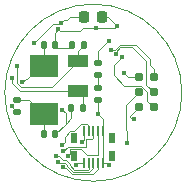
<source format=gbr>
%TF.GenerationSoftware,KiCad,Pcbnew,9.0.0*%
%TF.CreationDate,2025-03-13T16:47:56-04:00*%
%TF.ProjectId,IngestibleCapsule-Board_larger_vias,496e6765-7374-4696-926c-654361707375,rev?*%
%TF.SameCoordinates,Original*%
%TF.FileFunction,Copper,L2,Bot*%
%TF.FilePolarity,Positive*%
%FSLAX46Y46*%
G04 Gerber Fmt 4.6, Leading zero omitted, Abs format (unit mm)*
G04 Created by KiCad (PCBNEW 9.0.0) date 2025-03-13 16:47:56*
%MOMM*%
%LPD*%
G01*
G04 APERTURE LIST*
G04 Aperture macros list*
%AMRoundRect*
0 Rectangle with rounded corners*
0 $1 Rounding radius*
0 $2 $3 $4 $5 $6 $7 $8 $9 X,Y pos of 4 corners*
0 Add a 4 corners polygon primitive as box body*
4,1,4,$2,$3,$4,$5,$6,$7,$8,$9,$2,$3,0*
0 Add four circle primitives for the rounded corners*
1,1,$1+$1,$2,$3*
1,1,$1+$1,$4,$5*
1,1,$1+$1,$6,$7*
1,1,$1+$1,$8,$9*
0 Add four rect primitives between the rounded corners*
20,1,$1+$1,$2,$3,$4,$5,0*
20,1,$1+$1,$4,$5,$6,$7,0*
20,1,$1+$1,$6,$7,$8,$9,0*
20,1,$1+$1,$8,$9,$2,$3,0*%
G04 Aperture macros list end*
%TA.AperFunction,SMDPad,CuDef*%
%ADD10R,2.400000X1.900000*%
%TD*%
%TA.AperFunction,SMDPad,CuDef*%
%ADD11R,0.220000X0.900000*%
%TD*%
%TA.AperFunction,SMDPad,CuDef*%
%ADD12R,0.500000X0.850000*%
%TD*%
%TA.AperFunction,ConnectorPad*%
%ADD13C,0.787400*%
%TD*%
%TA.AperFunction,SMDPad,CuDef*%
%ADD14RoundRect,0.135000X-0.185000X0.135000X-0.185000X-0.135000X0.185000X-0.135000X0.185000X0.135000X0*%
%TD*%
%TA.AperFunction,SMDPad,CuDef*%
%ADD15RoundRect,0.140000X0.140000X0.170000X-0.140000X0.170000X-0.140000X-0.170000X0.140000X-0.170000X0*%
%TD*%
%TA.AperFunction,SMDPad,CuDef*%
%ADD16RoundRect,0.225000X-0.225000X-0.250000X0.225000X-0.250000X0.225000X0.250000X-0.225000X0.250000X0*%
%TD*%
%TA.AperFunction,SMDPad,CuDef*%
%ADD17RoundRect,0.140000X-0.140000X-0.170000X0.140000X-0.170000X0.140000X0.170000X-0.140000X0.170000X0*%
%TD*%
%TA.AperFunction,SMDPad,CuDef*%
%ADD18RoundRect,0.147500X0.172500X-0.147500X0.172500X0.147500X-0.172500X0.147500X-0.172500X-0.147500X0*%
%TD*%
%TA.AperFunction,SMDPad,CuDef*%
%ADD19R,1.800000X1.000000*%
%TD*%
%TA.AperFunction,ViaPad*%
%ADD20C,0.450000*%
%TD*%
%TA.AperFunction,Conductor*%
%ADD21C,0.100000*%
%TD*%
%TA.AperFunction,Profile*%
%ADD22C,0.050000*%
%TD*%
G04 APERTURE END LIST*
D10*
%TO.P,Y1,1,1*%
%TO.N,Net-(C2-Pad2)*%
X95800000Y-76800000D03*
%TO.P,Y1,2,2*%
%TO.N,Net-(U1-PF0)*%
X95800000Y-72700000D03*
%TD*%
D11*
%TO.P,J5,1,1*%
%TO.N,GND*%
X100800001Y-78285001D03*
%TO.P,J5,2,2*%
%TO.N,/MCU_SPI_MISO*%
X100399999Y-78285001D03*
%TO.P,J5,3,3*%
%TO.N,/MCU_SPI_MOSI*%
X100000000Y-78285001D03*
%TO.P,J5,4,4*%
%TO.N,/MCU_MEM_CS*%
X99600001Y-78285001D03*
%TO.P,J5,5,5*%
%TO.N,+3.3V*%
X99199999Y-78285001D03*
%TO.P,J5,6,6*%
%TO.N,GND*%
X100800001Y-80914999D03*
%TO.P,J5,7,7*%
%TO.N,/MCU_RF_IRQ*%
X100399999Y-80914999D03*
%TO.P,J5,8,8*%
%TO.N,/MCU_RF_CS*%
X100000000Y-80914999D03*
%TO.P,J5,9,9*%
%TO.N,/MCU_SPI_SCK*%
X99600001Y-80914999D03*
%TO.P,J5,10,10*%
%TO.N,+3.3V*%
X99199999Y-80914999D03*
D12*
%TO.P,J5,P1*%
%TO.N,N/C*%
X101600000Y-80340000D03*
%TO.P,J5,P2*%
X98400003Y-80340000D03*
%TO.P,J5,P3*%
X101600000Y-78860000D03*
%TO.P,J5,P4*%
X98400003Y-78860000D03*
%TD*%
D13*
%TO.P,J1,1,VCC*%
%TO.N,+3.3V*%
X103830000Y-76240000D03*
%TO.P,J1,2,SWDIO*%
%TO.N,/Processor/SWDIO*%
X105100000Y-76240000D03*
%TO.P,J1,3,~{RESET}*%
%TO.N,/Processor/NRST*%
X103830000Y-74970000D03*
%TO.P,J1,4,SWCLK*%
%TO.N,/Processor/SWCLK*%
X105100000Y-74970000D03*
%TO.P,J1,5,GND*%
%TO.N,GND*%
X103830000Y-73700000D03*
%TO.P,J1,6,SWO*%
%TO.N,/Processor/SWO*%
X105100000Y-73700000D03*
%TD*%
D14*
%TO.P,R4,1*%
%TO.N,Net-(D1-K)*%
X100400000Y-74590000D03*
%TO.P,R4,2*%
%TO.N,GND*%
X100400000Y-75610000D03*
%TD*%
D15*
%TO.P,C2,1*%
%TO.N,GND*%
X96760000Y-78500000D03*
%TO.P,C2,2*%
%TO.N,Net-(C2-Pad2)*%
X95800000Y-78500000D03*
%TD*%
D16*
%TO.P,C24,1*%
%TO.N,+3.3V*%
X99225000Y-68600000D03*
%TO.P,C24,2*%
%TO.N,GND*%
X100775000Y-68600000D03*
%TD*%
D17*
%TO.P,C4,1*%
%TO.N,GND*%
X98140000Y-76300000D03*
%TO.P,C4,2*%
%TO.N,Net-(U1-PC15)*%
X99100000Y-76300000D03*
%TD*%
D18*
%TO.P,D1,1,K*%
%TO.N,Net-(D1-K)*%
X100400000Y-73485000D03*
%TO.P,D1,2,A*%
%TO.N,/Processor/LED_OUT*%
X100400000Y-72515000D03*
%TD*%
D14*
%TO.P,R1,1*%
%TO.N,Net-(C2-Pad2)*%
X93500000Y-75590000D03*
%TO.P,R1,2*%
%TO.N,Net-(U1-PF1)*%
X93500000Y-76610000D03*
%TD*%
D15*
%TO.P,C1,1*%
%TO.N,GND*%
X96760000Y-71000000D03*
%TO.P,C1,2*%
%TO.N,Net-(U1-PF0)*%
X95800000Y-71000000D03*
%TD*%
D17*
%TO.P,C3,1*%
%TO.N,GND*%
X98220000Y-71000000D03*
%TO.P,C3,2*%
%TO.N,Net-(U1-PC14)*%
X99180000Y-71000000D03*
%TD*%
D19*
%TO.P,Y2,1,1*%
%TO.N,Net-(U1-PC15)*%
X98671772Y-74850000D03*
%TO.P,Y2,2,2*%
%TO.N,Net-(U1-PC14)*%
X98671772Y-72350000D03*
%TD*%
D20*
%TO.N,Net-(U1-PF0)*%
X94000000Y-74100000D03*
%TO.N,GND*%
X101320000Y-81120000D03*
X100250000Y-69549000D03*
X102000000Y-69350000D03*
X97380000Y-76440000D03*
X100400000Y-76830000D03*
X102580000Y-73330000D03*
X97050000Y-69620000D03*
%TO.N,Net-(U1-PC14)*%
X93570000Y-72740000D03*
%TO.N,Net-(U1-PC15)*%
X93125000Y-73760000D03*
%TO.N,+3.3V*%
X97233053Y-69101353D03*
X98499933Y-81089999D03*
X94990000Y-70800000D03*
X103430000Y-77250000D03*
X99000000Y-79140000D03*
%TO.N,/Processor/NRST*%
X102890000Y-79280000D03*
%TO.N,/Processor/LED_OUT*%
X101336290Y-70594829D03*
%TO.N,/Processor/SWO*%
X101500000Y-71372187D03*
%TO.N,/Processor/SWDIO*%
X102417334Y-71977334D03*
%TO.N,/Processor/SWCLK*%
X101890000Y-71760000D03*
%TO.N,Net-(U1-PF1)*%
X93078968Y-76120526D03*
%TO.N,/MCU_SPI_MOSI*%
X97471597Y-79961266D03*
%TO.N,/MCU_MEM_CS*%
X97312549Y-79434762D03*
%TO.N,/MCU_SPI_MISO*%
X97825002Y-80398683D03*
%TO.N,/MCU_RF_IRQ*%
X97413758Y-81311285D03*
%TO.N,/MCU_RF_CS*%
X97045454Y-80894000D03*
%TO.N,/MCU_SPI_SCK*%
X96832675Y-80386823D03*
%TD*%
D21*
%TO.N,Net-(U1-PF0)*%
X94270000Y-73830000D02*
X94420000Y-73830000D01*
X94420000Y-73830000D02*
X95550000Y-72700000D01*
X95550000Y-72700000D02*
X95800000Y-72700000D01*
X94000000Y-74100000D02*
X94270000Y-73830000D01*
X95800000Y-72700000D02*
X95800000Y-71000000D01*
%TO.N,GND*%
X103830000Y-73700000D02*
X103450000Y-73700000D01*
X98140000Y-76300000D02*
X98140000Y-77120000D01*
X96960000Y-71200000D02*
X96760000Y-71000000D01*
X98140000Y-77120000D02*
X97645000Y-77615000D01*
X97180000Y-69750000D02*
X97050000Y-69620000D01*
X100800001Y-80914999D02*
X101114999Y-80914999D01*
X101250000Y-68600000D02*
X100775000Y-68600000D01*
X98900000Y-69750000D02*
X97180000Y-69750000D01*
X98220000Y-71000000D02*
X98020000Y-71200000D01*
X102000000Y-69350000D02*
X101250000Y-68600000D01*
X98020000Y-71200000D02*
X96960000Y-71200000D01*
X102950000Y-73700000D02*
X102580000Y-73330000D01*
X100800001Y-78285001D02*
X100800001Y-77230001D01*
X100250000Y-69549000D02*
X99101000Y-69549000D01*
X100800001Y-77230001D02*
X100400000Y-76830000D01*
X100250000Y-69549000D02*
X101801000Y-69549000D01*
X97380000Y-76440000D02*
X97645000Y-76705000D01*
X101114999Y-80914999D02*
X101320000Y-81120000D01*
X97645000Y-77615000D02*
X96760000Y-78500000D01*
X96760000Y-69910000D02*
X96760000Y-71000000D01*
X101801000Y-69549000D02*
X102000000Y-69350000D01*
X100400000Y-76830000D02*
X100400000Y-75610000D01*
X100800001Y-80914999D02*
X100800001Y-78285001D01*
X97050000Y-69620000D02*
X96760000Y-69910000D01*
X103830000Y-73700000D02*
X102950000Y-73700000D01*
X99101000Y-69549000D02*
X98900000Y-69750000D01*
X97645000Y-76705000D02*
X97645000Y-77615000D01*
%TO.N,Net-(C2-Pad2)*%
X94590000Y-75590000D02*
X95800000Y-76800000D01*
X93500000Y-75590000D02*
X94590000Y-75590000D01*
X95800000Y-76800000D02*
X95800000Y-78500000D01*
%TO.N,Net-(U1-PC14)*%
X93885677Y-74526000D02*
X96495772Y-74526000D01*
X98671772Y-72350000D02*
X98671772Y-71508228D01*
X96495772Y-74526000D02*
X98671772Y-72350000D01*
X93570000Y-72740000D02*
X93500000Y-72810000D01*
X93500000Y-72810000D02*
X93500000Y-74140323D01*
X98671772Y-71508228D02*
X99180000Y-71000000D01*
X93500000Y-74140323D02*
X93885677Y-74526000D01*
%TO.N,Net-(U1-PC15)*%
X93125000Y-73760000D02*
X93100000Y-73785000D01*
X93750000Y-74850000D02*
X98671772Y-74850000D01*
X93100000Y-73785000D02*
X93100000Y-74200000D01*
X99100000Y-75278228D02*
X98671772Y-74850000D01*
X93100000Y-74200000D02*
X93750000Y-74850000D01*
X99100000Y-76300000D02*
X99100000Y-75278228D01*
%TO.N,+3.3V*%
X99015000Y-79125000D02*
X99050000Y-79125000D01*
X99199999Y-78975001D02*
X99199999Y-78285001D01*
X98000000Y-68600000D02*
X99225000Y-68600000D01*
X103100000Y-77025000D02*
X103100000Y-76970000D01*
X97233053Y-69101353D02*
X97484406Y-68850000D01*
X103100000Y-76970000D02*
X103830000Y-76240000D01*
X98499933Y-81089999D02*
X98674933Y-80914999D01*
X96600000Y-69200000D02*
X95000000Y-70800000D01*
X99050000Y-79125000D02*
X99199999Y-78975001D01*
X97030000Y-69200000D02*
X96600000Y-69200000D01*
X97233053Y-69101353D02*
X97128647Y-69101353D01*
X95000000Y-70800000D02*
X94990000Y-70800000D01*
X103325000Y-77250000D02*
X103100000Y-77025000D01*
X99000000Y-79140000D02*
X99015000Y-79125000D01*
X103430000Y-77250000D02*
X103325000Y-77250000D01*
X97750000Y-68850000D02*
X98000000Y-68600000D01*
X97128647Y-69101353D02*
X97030000Y-69200000D01*
X98674933Y-80914999D02*
X99199999Y-80914999D01*
X97484406Y-68850000D02*
X97750000Y-68850000D01*
%TO.N,/Processor/NRST*%
X102750000Y-76050000D02*
X103830000Y-74970000D01*
X102750000Y-78130000D02*
X102750000Y-76050000D01*
X102890000Y-79280000D02*
X102890000Y-78270000D01*
X102890000Y-78270000D02*
X102750000Y-78130000D01*
%TO.N,/Processor/LED_OUT*%
X101336290Y-70594829D02*
X101336290Y-70597917D01*
X101314207Y-70620000D02*
X101274584Y-70620000D01*
X100400000Y-71494584D02*
X100400000Y-72515000D01*
X101274584Y-70620000D02*
X100400000Y-71494584D01*
X101336290Y-70597917D02*
X101314207Y-70620000D01*
%TO.N,Net-(D1-K)*%
X100400000Y-73485000D02*
X100400000Y-74590000D01*
%TO.N,/Processor/SWO*%
X105100000Y-72963006D02*
X105100000Y-73700000D01*
X101795744Y-71370000D02*
X102216744Y-70949000D01*
X101500000Y-71372187D02*
X101502187Y-71370000D01*
X104834700Y-72697706D02*
X105100000Y-72963006D01*
X102216744Y-70949000D02*
X103599000Y-70949000D01*
X101502187Y-71370000D02*
X101795744Y-71370000D01*
X104834700Y-72184700D02*
X104834700Y-72697706D01*
X103599000Y-70949000D02*
X104834700Y-72184700D01*
%TO.N,/Processor/SWDIO*%
X101737500Y-72657168D02*
X101737500Y-73537500D01*
X102625300Y-74425300D02*
X104055623Y-74425300D01*
X101737500Y-73537500D02*
X102625300Y-74425300D01*
X104555300Y-75695300D02*
X105100000Y-76240000D01*
X104055623Y-74425300D02*
X104555300Y-74924977D01*
X102417334Y-71977334D02*
X101737500Y-72657168D01*
X104555300Y-74924977D02*
X104555300Y-75695300D01*
%TO.N,/Processor/SWCLK*%
X101890000Y-71760000D02*
X101890000Y-71560000D01*
X102300000Y-71150000D02*
X103300000Y-71150000D01*
X104450000Y-74320000D02*
X105100000Y-74970000D01*
X101890000Y-71560000D02*
X102300000Y-71150000D01*
X104450000Y-72300000D02*
X104450000Y-74320000D01*
X103300000Y-71150000D02*
X104450000Y-72300000D01*
%TO.N,Net-(U1-PF1)*%
X93252500Y-76422500D02*
X93312500Y-76422500D01*
X93312500Y-76422500D02*
X93500000Y-76610000D01*
X93078968Y-76248968D02*
X93252500Y-76422500D01*
X93078968Y-76120526D02*
X93078968Y-76248968D01*
%TO.N,/MCU_SPI_MOSI*%
X99400999Y-78890000D02*
X99894677Y-78890000D01*
X99894677Y-78890000D02*
X99935677Y-78849000D01*
X99935677Y-78849000D02*
X99938500Y-78849000D01*
X97471597Y-79961266D02*
X97872863Y-79560000D01*
X100000000Y-78787500D02*
X100000000Y-78285001D01*
X99938500Y-78849000D02*
X100000000Y-78787500D01*
X97872863Y-79560000D02*
X99400999Y-79560000D01*
X99400999Y-79560000D02*
X99400999Y-78890000D01*
%TO.N,/MCU_MEM_CS*%
X97564136Y-79155864D02*
X97564136Y-78785864D01*
X99600001Y-77786001D02*
X99600001Y-78285001D01*
X99498001Y-77684001D02*
X99600001Y-77786001D01*
X98339000Y-78284000D02*
X98938999Y-77684001D01*
X98066000Y-78284000D02*
X98339000Y-78284000D01*
X97564136Y-78785864D02*
X98066000Y-78284000D01*
X98938999Y-77684001D02*
X99498001Y-77684001D01*
X97312549Y-79434762D02*
X97312549Y-79407451D01*
X97312549Y-79407451D02*
X97564136Y-79155864D01*
%TO.N,/MCU_SPI_MISO*%
X99450000Y-80250000D02*
X100399999Y-80250000D01*
X98964000Y-79764000D02*
X99450000Y-80250000D01*
X97999003Y-80224682D02*
X97999003Y-79764000D01*
X97825002Y-80398683D02*
X97999003Y-80224682D01*
X100399999Y-80250000D02*
X100399999Y-78285001D01*
X97999003Y-79764000D02*
X98964000Y-79764000D01*
%TO.N,/MCU_RF_IRQ*%
X97413758Y-81311285D02*
X97462473Y-81360000D01*
X97462473Y-81360000D02*
X97671090Y-81360000D01*
X97671090Y-81360000D02*
X98229089Y-81917999D01*
X98229089Y-81917999D02*
X99946999Y-81917999D01*
X100399999Y-81464999D02*
X100399999Y-80914999D01*
X99946999Y-81917999D02*
X100399999Y-81464999D01*
%TO.N,/MCU_RF_CS*%
X97789758Y-81194412D02*
X97789758Y-81194411D01*
X100000000Y-81349257D02*
X100000000Y-80914999D01*
X97789758Y-81155540D02*
X97789758Y-81194412D01*
X97081454Y-80930000D02*
X97564218Y-80930000D01*
X99632258Y-81716999D02*
X100000000Y-81349257D01*
X97564218Y-80930000D02*
X97789758Y-81155540D01*
X97045454Y-80894000D02*
X97081454Y-80930000D01*
X97789758Y-81194411D02*
X98312345Y-81716999D01*
X98312345Y-81716999D02*
X99632258Y-81716999D01*
%TO.N,/MCU_SPI_SCK*%
X99600001Y-80914999D02*
X99600001Y-81464999D01*
X98395601Y-81515999D02*
X97990758Y-81111154D01*
X99549001Y-81515999D02*
X98395601Y-81515999D01*
X97990758Y-81111154D02*
X97990758Y-81072283D01*
X97080436Y-80397237D02*
X96843089Y-80397237D01*
X97412199Y-80729000D02*
X97080436Y-80397237D01*
X97647474Y-80729000D02*
X97412199Y-80729000D01*
X96843089Y-80397237D02*
X96832675Y-80386823D01*
X97990758Y-81072283D02*
X97647474Y-80729000D01*
X99600001Y-81464999D02*
X99549001Y-81515999D01*
%TD*%
D22*
X107500000Y-75000000D02*
G75*
G02*
X92500000Y-75000000I-7500000J0D01*
G01*
X92500000Y-75000000D02*
G75*
G02*
X107500000Y-75000000I7500000J0D01*
G01*
M02*

</source>
